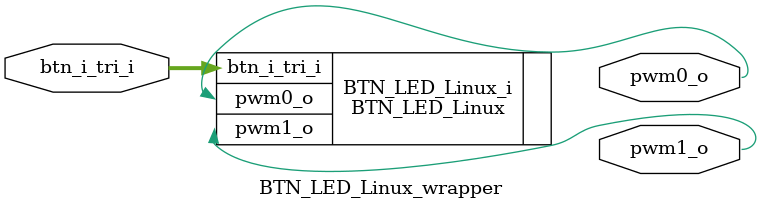
<source format=v>
`timescale 1 ps / 1 ps

module BTN_LED_Linux_wrapper
   (btn_i_tri_i,
    pwm0_o,
    pwm1_o);
  input [3:0]btn_i_tri_i;
  output pwm0_o;
  output pwm1_o;

  wire [3:0]btn_i_tri_i;
  wire pwm0_o;
  wire pwm1_o;

  BTN_LED_Linux BTN_LED_Linux_i
       (.btn_i_tri_i(btn_i_tri_i),
        .pwm0_o(pwm0_o),
        .pwm1_o(pwm1_o));
endmodule

</source>
